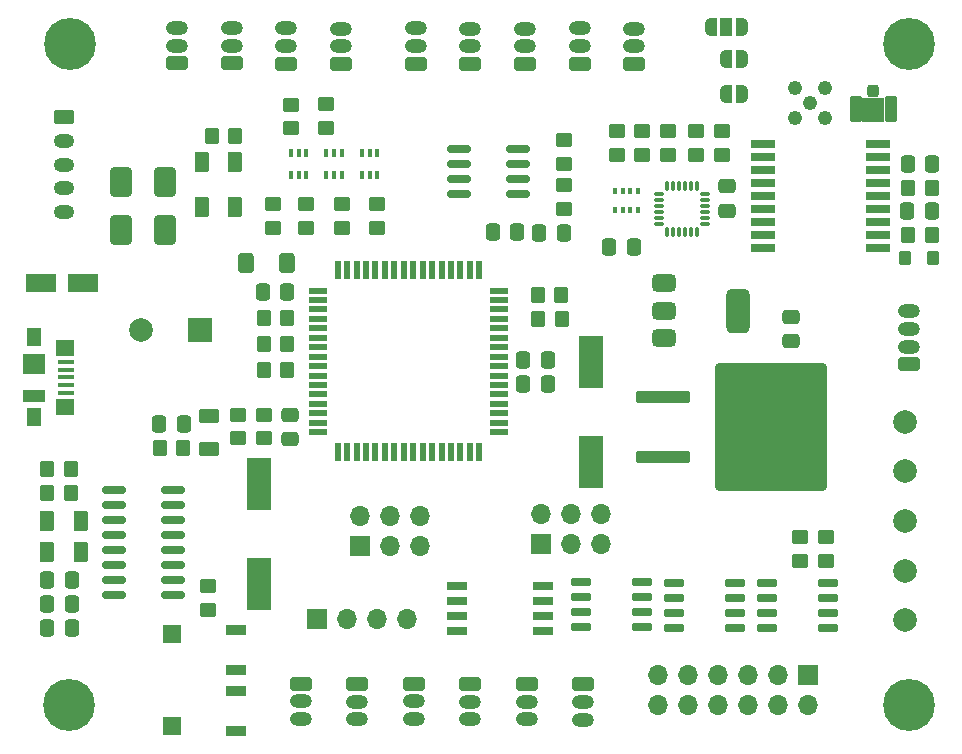
<source format=gbr>
%TF.GenerationSoftware,KiCad,Pcbnew,8.0.3-8.0.3-0~ubuntu22.04.1*%
%TF.CreationDate,2024-08-07T12:57:25+03:00*%
%TF.ProjectId,control_body,636f6e74-726f-46c5-9f62-6f64792e6b69,rev?*%
%TF.SameCoordinates,Original*%
%TF.FileFunction,Soldermask,Top*%
%TF.FilePolarity,Negative*%
%FSLAX46Y46*%
G04 Gerber Fmt 4.6, Leading zero omitted, Abs format (unit mm)*
G04 Created by KiCad (PCBNEW 8.0.3-8.0.3-0~ubuntu22.04.1) date 2024-08-07 12:57:25*
%MOMM*%
%LPD*%
G01*
G04 APERTURE LIST*
G04 Aperture macros list*
%AMRoundRect*
0 Rectangle with rounded corners*
0 $1 Rounding radius*
0 $2 $3 $4 $5 $6 $7 $8 $9 X,Y pos of 4 corners*
0 Add a 4 corners polygon primitive as box body*
4,1,4,$2,$3,$4,$5,$6,$7,$8,$9,$2,$3,0*
0 Add four circle primitives for the rounded corners*
1,1,$1+$1,$2,$3*
1,1,$1+$1,$4,$5*
1,1,$1+$1,$6,$7*
1,1,$1+$1,$8,$9*
0 Add four rect primitives between the rounded corners*
20,1,$1+$1,$2,$3,$4,$5,0*
20,1,$1+$1,$4,$5,$6,$7,0*
20,1,$1+$1,$6,$7,$8,$9,0*
20,1,$1+$1,$8,$9,$2,$3,0*%
%AMFreePoly0*
4,1,19,0.500000,-0.750000,0.000000,-0.750000,0.000000,-0.744911,-0.071157,-0.744911,-0.207708,-0.704816,-0.327430,-0.627875,-0.420627,-0.520320,-0.479746,-0.390866,-0.500000,-0.250000,-0.500000,0.250000,-0.479746,0.390866,-0.420627,0.520320,-0.327430,0.627875,-0.207708,0.704816,-0.071157,0.744911,0.000000,0.744911,0.000000,0.750000,0.500000,0.750000,0.500000,-0.750000,0.500000,-0.750000,
$1*%
%AMFreePoly1*
4,1,19,0.000000,0.744911,0.071157,0.744911,0.207708,0.704816,0.327430,0.627875,0.420627,0.520320,0.479746,0.390866,0.500000,0.250000,0.500000,-0.250000,0.479746,-0.390866,0.420627,-0.520320,0.327430,-0.627875,0.207708,-0.704816,0.071157,-0.744911,0.000000,-0.744911,0.000000,-0.750000,-0.500000,-0.750000,-0.500000,0.750000,0.000000,0.750000,0.000000,0.744911,0.000000,0.744911,
$1*%
%AMFreePoly2*
4,1,19,0.550000,-0.750000,0.000000,-0.750000,0.000000,-0.744911,-0.071157,-0.744911,-0.207708,-0.704816,-0.327430,-0.627875,-0.420627,-0.520320,-0.479746,-0.390866,-0.500000,-0.250000,-0.500000,0.250000,-0.479746,0.390866,-0.420627,0.520320,-0.327430,0.627875,-0.207708,0.704816,-0.071157,0.744911,0.000000,0.744911,0.000000,0.750000,0.550000,0.750000,0.550000,-0.750000,0.550000,-0.750000,
$1*%
%AMFreePoly3*
4,1,19,0.000000,0.744911,0.071157,0.744911,0.207708,0.704816,0.327430,0.627875,0.420627,0.520320,0.479746,0.390866,0.500000,0.250000,0.500000,-0.250000,0.479746,-0.390866,0.420627,-0.520320,0.327430,-0.627875,0.207708,-0.704816,0.071157,-0.744911,0.000000,-0.744911,0.000000,-0.750000,-0.550000,-0.750000,-0.550000,0.750000,0.000000,0.750000,0.000000,0.744911,0.000000,0.744911,
$1*%
G04 Aperture macros list end*
%ADD10RoundRect,0.250000X-0.250000X0.275000X-0.250000X-0.275000X0.250000X-0.275000X0.250000X0.275000X0*%
%ADD11RoundRect,0.250000X-0.275000X0.850000X-0.275000X-0.850000X0.275000X-0.850000X0.275000X0.850000X0*%
%ADD12R,1.700000X1.700000*%
%ADD13O,1.700000X1.700000*%
%ADD14R,2.000000X0.700000*%
%ADD15RoundRect,0.250000X-0.685000X0.335000X-0.685000X-0.335000X0.685000X-0.335000X0.685000X0.335000X0*%
%ADD16O,1.870000X1.170000*%
%ADD17RoundRect,0.250000X-0.337500X-0.475000X0.337500X-0.475000X0.337500X0.475000X-0.337500X0.475000X0*%
%ADD18C,2.000000*%
%ADD19RoundRect,0.150000X-0.725000X-0.150000X0.725000X-0.150000X0.725000X0.150000X-0.725000X0.150000X0*%
%ADD20RoundRect,0.250000X-0.350000X-0.450000X0.350000X-0.450000X0.350000X0.450000X-0.350000X0.450000X0*%
%ADD21RoundRect,0.250000X0.685000X-0.335000X0.685000X0.335000X-0.685000X0.335000X-0.685000X-0.335000X0*%
%ADD22RoundRect,0.250000X-0.375000X-0.625000X0.375000X-0.625000X0.375000X0.625000X-0.375000X0.625000X0*%
%ADD23RoundRect,0.250000X0.450000X-0.350000X0.450000X0.350000X-0.450000X0.350000X-0.450000X-0.350000X0*%
%ADD24FreePoly0,0.000000*%
%ADD25FreePoly1,0.000000*%
%ADD26RoundRect,0.250000X0.350000X0.450000X-0.350000X0.450000X-0.350000X-0.450000X0.350000X-0.450000X0*%
%ADD27RoundRect,0.250000X0.475000X-0.337500X0.475000X0.337500X-0.475000X0.337500X-0.475000X-0.337500X0*%
%ADD28R,1.700000X0.900000*%
%ADD29RoundRect,0.250000X-0.650000X1.000000X-0.650000X-1.000000X0.650000X-1.000000X0.650000X1.000000X0*%
%ADD30RoundRect,0.250000X-0.450000X0.350000X-0.450000X-0.350000X0.450000X-0.350000X0.450000X0.350000X0*%
%ADD31C,0.700000*%
%ADD32C,4.400000*%
%ADD33RoundRect,0.100000X-0.100000X0.225000X-0.100000X-0.225000X0.100000X-0.225000X0.100000X0.225000X0*%
%ADD34RoundRect,0.250000X-0.625000X0.375000X-0.625000X-0.375000X0.625000X-0.375000X0.625000X0.375000X0*%
%ADD35RoundRect,0.250000X0.337500X0.475000X-0.337500X0.475000X-0.337500X-0.475000X0.337500X-0.475000X0*%
%ADD36R,1.380000X0.450000*%
%ADD37R,1.300000X1.650000*%
%ADD38R,1.550000X1.425000*%
%ADD39R,1.900000X1.800000*%
%ADD40R,1.900000X1.000000*%
%ADD41RoundRect,0.250000X-0.625000X0.350000X-0.625000X-0.350000X0.625000X-0.350000X0.625000X0.350000X0*%
%ADD42O,1.750000X1.200000*%
%ADD43RoundRect,0.250000X0.650000X-1.000000X0.650000X1.000000X-0.650000X1.000000X-0.650000X-1.000000X0*%
%ADD44RoundRect,0.150000X-0.825000X-0.150000X0.825000X-0.150000X0.825000X0.150000X-0.825000X0.150000X0*%
%ADD45RoundRect,0.375000X-0.625000X-0.375000X0.625000X-0.375000X0.625000X0.375000X-0.625000X0.375000X0*%
%ADD46RoundRect,0.500000X-0.500000X-1.400000X0.500000X-1.400000X0.500000X1.400000X-0.500000X1.400000X0*%
%ADD47R,1.700000X0.650000*%
%ADD48RoundRect,0.250000X1.050000X0.550000X-1.050000X0.550000X-1.050000X-0.550000X1.050000X-0.550000X0*%
%ADD49RoundRect,0.075000X-0.350000X-0.075000X0.350000X-0.075000X0.350000X0.075000X-0.350000X0.075000X0*%
%ADD50RoundRect,0.075000X0.075000X-0.350000X0.075000X0.350000X-0.075000X0.350000X-0.075000X-0.350000X0*%
%ADD51RoundRect,0.250000X0.375000X0.625000X-0.375000X0.625000X-0.375000X-0.625000X0.375000X-0.625000X0*%
%ADD52R,2.000000X4.500000*%
%ADD53R,0.350000X0.500000*%
%ADD54C,1.240000*%
%ADD55RoundRect,0.250000X0.400000X0.600000X-0.400000X0.600000X-0.400000X-0.600000X0.400000X-0.600000X0*%
%ADD56R,0.550000X1.500000*%
%ADD57R,1.500000X0.550000*%
%ADD58FreePoly2,180.000000*%
%ADD59R,1.000000X1.500000*%
%ADD60FreePoly3,180.000000*%
%ADD61R,1.500000X1.500000*%
%ADD62R,2.000000X2.000000*%
%ADD63FreePoly0,180.000000*%
%ADD64FreePoly1,180.000000*%
%ADD65RoundRect,0.250000X-2.050000X-0.300000X2.050000X-0.300000X2.050000X0.300000X-2.050000X0.300000X0*%
%ADD66RoundRect,0.250002X-4.449998X-5.149998X4.449998X-5.149998X4.449998X5.149998X-4.449998X5.149998X0*%
%ADD67RoundRect,0.250000X-0.275000X-0.350000X0.275000X-0.350000X0.275000X0.350000X-0.275000X0.350000X0*%
G04 APERTURE END LIST*
%TO.C,AE1*%
G36*
X180940000Y-71560000D02*
G01*
X179060000Y-71560000D01*
X179060000Y-73650000D01*
X180940000Y-73650000D01*
X180940000Y-71560000D01*
G37*
%TD*%
D10*
%TO.C,AE1*%
X180000000Y-71025000D03*
D11*
X181475000Y-72550000D03*
X178525000Y-72550000D03*
%TD*%
D12*
%TO.C,J21*%
X151830000Y-109350000D03*
D13*
X151830000Y-106810000D03*
X154370000Y-109350000D03*
X154370000Y-106810000D03*
X156910000Y-109350000D03*
X156910000Y-106810000D03*
%TD*%
D14*
%TO.C,U3*%
X170700000Y-75500000D03*
X170700000Y-76600000D03*
X170700000Y-77700000D03*
X170700000Y-78800000D03*
X170700000Y-79900000D03*
X170700000Y-81000000D03*
X170700000Y-82100000D03*
X170700000Y-83200000D03*
X170700000Y-84300000D03*
X180400000Y-84300000D03*
X180400000Y-83200000D03*
X180400000Y-82100000D03*
X180400000Y-81000000D03*
X180400000Y-79900000D03*
X180400000Y-78800000D03*
X180400000Y-77700000D03*
X180400000Y-76600000D03*
X180400000Y-75500000D03*
%TD*%
D15*
%TO.C,J16*%
X141090000Y-121190000D03*
D16*
X141090000Y-122690000D03*
X141090000Y-124190000D03*
%TD*%
D17*
%TO.C,C10*%
X182912500Y-77200000D03*
X184987500Y-77200000D03*
%TD*%
D18*
%TO.C,TP5*%
X182690000Y-115810000D03*
%TD*%
D19*
%TO.C,Q3*%
X155290000Y-112590000D03*
X155290000Y-113860000D03*
X155290000Y-115130000D03*
X155290000Y-116400000D03*
X160440000Y-116400000D03*
X160440000Y-115130000D03*
X160440000Y-113860000D03*
X160440000Y-112590000D03*
%TD*%
D20*
%TO.C,R7*%
X128400000Y-94600000D03*
X130400000Y-94600000D03*
%TD*%
D18*
%TO.C,TP1*%
X182690000Y-103210000D03*
%TD*%
D21*
%TO.C,J8*%
X145890000Y-68720000D03*
D16*
X145890000Y-67220000D03*
X145890000Y-65720000D03*
%TD*%
D12*
%TO.C,J3*%
X136575000Y-109505000D03*
D13*
X136575000Y-106965000D03*
X139115000Y-109505000D03*
X139115000Y-106965000D03*
X141655000Y-109505000D03*
X141655000Y-106965000D03*
%TD*%
D21*
%TO.C,J20*%
X183020000Y-94140000D03*
D16*
X183020000Y-92640000D03*
X183020000Y-91140000D03*
X183020000Y-89640000D03*
%TD*%
D22*
%TO.C,D2*%
X123200000Y-77020000D03*
X126000000Y-77020000D03*
%TD*%
D23*
%TO.C,R26*%
X173760000Y-110775000D03*
X173760000Y-108775000D03*
%TD*%
D24*
%TO.C,JP1*%
X167560000Y-71270000D03*
D25*
X168860000Y-71270000D03*
%TD*%
D17*
%TO.C,C16*%
X151732500Y-82990000D03*
X153807500Y-82990000D03*
%TD*%
D26*
%TO.C,R1*%
X126000000Y-74800000D03*
X124000000Y-74800000D03*
%TD*%
D27*
%TO.C,C14*%
X167640000Y-81127500D03*
X167640000Y-79052500D03*
%TD*%
D28*
%TO.C,SW3*%
X126030000Y-121770000D03*
X126030000Y-125170000D03*
%TD*%
D29*
%TO.C,D1*%
X120000000Y-78750000D03*
X120000000Y-82750000D03*
%TD*%
D28*
%TO.C,SW2*%
X126030000Y-116610000D03*
X126030000Y-120010000D03*
%TD*%
D20*
%TO.C,R2*%
X119590000Y-101210000D03*
X121590000Y-101210000D03*
%TD*%
D17*
%TO.C,C15*%
X147802500Y-82980000D03*
X149877500Y-82980000D03*
%TD*%
D30*
%TO.C,R5*%
X123650000Y-112940000D03*
X123650000Y-114940000D03*
%TD*%
D23*
%TO.C,R19*%
X153800000Y-81000000D03*
X153800000Y-79000000D03*
%TD*%
D31*
%TO.C,H1*%
X181350000Y-67000000D03*
X181833274Y-65833274D03*
X181833274Y-68166726D03*
X183000000Y-65350000D03*
D32*
X183000000Y-67000000D03*
D31*
X183000000Y-68650000D03*
X184166726Y-65833274D03*
X184166726Y-68166726D03*
X184650000Y-67000000D03*
%TD*%
D23*
%TO.C,R23*%
X133690000Y-74150000D03*
X133690000Y-72150000D03*
%TD*%
D33*
%TO.C,Q7*%
X138000000Y-76250000D03*
X137350000Y-76250000D03*
X136700000Y-76250000D03*
X136700000Y-78150000D03*
X137350000Y-78150000D03*
X138000000Y-78150000D03*
%TD*%
D34*
%TO.C,D3*%
X123800000Y-98500000D03*
X123800000Y-101300000D03*
%TD*%
D30*
%TO.C,R29*%
X129200000Y-80600000D03*
X129200000Y-82600000D03*
%TD*%
D12*
%TO.C,J23*%
X174500000Y-120460000D03*
D13*
X174500000Y-123000000D03*
X171960000Y-120460000D03*
X171960000Y-123000000D03*
X169420000Y-120460000D03*
X169420000Y-123000000D03*
X166880000Y-120460000D03*
X166880000Y-123000000D03*
X164340000Y-120460000D03*
X164340000Y-123000000D03*
X161800000Y-120460000D03*
X161800000Y-123000000D03*
%TD*%
D23*
%TO.C,R13*%
X167220000Y-76390000D03*
X167220000Y-74390000D03*
%TD*%
D20*
%TO.C,R11*%
X182950000Y-79200000D03*
X184950000Y-79200000D03*
%TD*%
D30*
%TO.C,R25*%
X132000000Y-80600000D03*
X132000000Y-82600000D03*
%TD*%
D35*
%TO.C,C6*%
X112125000Y-116460000D03*
X110050000Y-116460000D03*
%TD*%
D36*
%TO.C,J2*%
X111615000Y-93950000D03*
X111615000Y-94600000D03*
X111615000Y-95250000D03*
X111615000Y-95900000D03*
X111615000Y-96550000D03*
D37*
X108955000Y-91875000D03*
D38*
X111530000Y-92762500D03*
D39*
X108955000Y-94100000D03*
D40*
X108955000Y-96800000D03*
D38*
X111530000Y-97737500D03*
D37*
X108955000Y-98625000D03*
%TD*%
D18*
%TO.C,TP2*%
X182690000Y-107410000D03*
%TD*%
D15*
%TO.C,J10*%
X131530000Y-121180000D03*
D16*
X131530000Y-122680000D03*
X131530000Y-124180000D03*
%TD*%
D41*
%TO.C,J14*%
X111500000Y-73250000D03*
D42*
X111500000Y-75250000D03*
X111500000Y-77250000D03*
X111500000Y-79250000D03*
X111500000Y-81250000D03*
%TD*%
D35*
%TO.C,C7*%
X152437500Y-95800000D03*
X150362500Y-95800000D03*
%TD*%
D43*
%TO.C,D5*%
X116300000Y-82750000D03*
X116300000Y-78750000D03*
%TD*%
D31*
%TO.C,H3*%
X110250000Y-123000000D03*
X110733274Y-121833274D03*
X110733274Y-124166726D03*
X111900000Y-121350000D03*
D32*
X111900000Y-123000000D03*
D31*
X111900000Y-124650000D03*
X113066726Y-121833274D03*
X113066726Y-124166726D03*
X113550000Y-123000000D03*
%TD*%
D12*
%TO.C,J4*%
X132880000Y-115750000D03*
D13*
X135420000Y-115750000D03*
X137960000Y-115750000D03*
X140500000Y-115750000D03*
%TD*%
D44*
%TO.C,U1*%
X115735000Y-104770000D03*
X115735000Y-106040000D03*
X115735000Y-107310000D03*
X115735000Y-108580000D03*
X115735000Y-109850000D03*
X115735000Y-111120000D03*
X115735000Y-112390000D03*
X115735000Y-113660000D03*
X120685000Y-113660000D03*
X120685000Y-112390000D03*
X120685000Y-111120000D03*
X120685000Y-109850000D03*
X120685000Y-108580000D03*
X120685000Y-107310000D03*
X120685000Y-106040000D03*
X120685000Y-104770000D03*
%TD*%
D18*
%TO.C,TP3*%
X182690000Y-111610000D03*
%TD*%
D30*
%TO.C,R20*%
X138000000Y-80600000D03*
X138000000Y-82600000D03*
%TD*%
D21*
%TO.C,J7*%
X150520000Y-68720000D03*
D16*
X150520000Y-67220000D03*
X150520000Y-65720000D03*
%TD*%
D45*
%TO.C,Q9*%
X162250000Y-87300000D03*
X162250000Y-89600000D03*
D46*
X168550000Y-89600000D03*
D45*
X162250000Y-91900000D03*
%TD*%
D21*
%TO.C,J11*%
X130310000Y-68690000D03*
D16*
X130310000Y-67190000D03*
X130310000Y-65690000D03*
%TD*%
D15*
%TO.C,J15*%
X136320000Y-121200000D03*
D16*
X136320000Y-122700000D03*
X136320000Y-124200000D03*
%TD*%
D20*
%TO.C,R3*%
X128400000Y-92400000D03*
X130400000Y-92400000D03*
%TD*%
D47*
%TO.C,U7*%
X144750000Y-112895000D03*
X144750000Y-114165000D03*
X144750000Y-115435000D03*
X144750000Y-116705000D03*
X152050000Y-116705000D03*
X152050000Y-115435000D03*
X152050000Y-114165000D03*
X152050000Y-112895000D03*
%TD*%
D48*
%TO.C,C1*%
X113125000Y-87250000D03*
X109525000Y-87250000D03*
%TD*%
D17*
%TO.C,C3*%
X119552500Y-99210000D03*
X121627500Y-99210000D03*
%TD*%
D19*
%TO.C,Q1*%
X170985000Y-112670000D03*
X170985000Y-113940000D03*
X170985000Y-115210000D03*
X170985000Y-116480000D03*
X176135000Y-116480000D03*
X176135000Y-115210000D03*
X176135000Y-113940000D03*
X176135000Y-112670000D03*
%TD*%
D30*
%TO.C,R24*%
X135000000Y-80600000D03*
X135000000Y-82600000D03*
%TD*%
D15*
%TO.C,J18*%
X150680000Y-121220000D03*
D16*
X150680000Y-122720000D03*
X150680000Y-124220000D03*
%TD*%
D26*
%TO.C,R4*%
X130400000Y-90200000D03*
X128400000Y-90200000D03*
%TD*%
D21*
%TO.C,J9*%
X141260000Y-68700000D03*
D16*
X141260000Y-67200000D03*
X141260000Y-65700000D03*
%TD*%
D33*
%TO.C,Q6*%
X135000000Y-76250000D03*
X134350000Y-76250000D03*
X133700000Y-76250000D03*
X133700000Y-78150000D03*
X134350000Y-78150000D03*
X135000000Y-78150000D03*
%TD*%
D19*
%TO.C,Q2*%
X163155000Y-112645000D03*
X163155000Y-113915000D03*
X163155000Y-115185000D03*
X163155000Y-116455000D03*
X168305000Y-116455000D03*
X168305000Y-115185000D03*
X168305000Y-113915000D03*
X168305000Y-112645000D03*
%TD*%
D23*
%TO.C,R16*%
X160400000Y-76400000D03*
X160400000Y-74400000D03*
%TD*%
D20*
%TO.C,R12*%
X182950000Y-83200000D03*
X184950000Y-83200000D03*
%TD*%
D23*
%TO.C,R17*%
X165020000Y-76390000D03*
X165020000Y-74390000D03*
%TD*%
%TO.C,R15*%
X158280000Y-76400000D03*
X158280000Y-74400000D03*
%TD*%
D49*
%TO.C,U5*%
X161840000Y-79750000D03*
X161840000Y-80250000D03*
X161840000Y-80750000D03*
X161840000Y-81250000D03*
X161840000Y-81750000D03*
X161840000Y-82250000D03*
D50*
X162540000Y-82950000D03*
X163040000Y-82950000D03*
X163540000Y-82950000D03*
X164040000Y-82950000D03*
X164540000Y-82950000D03*
X165040000Y-82950000D03*
D49*
X165740000Y-82250000D03*
X165740000Y-81750000D03*
X165740000Y-81250000D03*
X165740000Y-80750000D03*
X165740000Y-80250000D03*
X165740000Y-79750000D03*
D50*
X165040000Y-79050000D03*
X164540000Y-79050000D03*
X164040000Y-79050000D03*
X163540000Y-79050000D03*
X163040000Y-79050000D03*
X162540000Y-79050000D03*
%TD*%
D21*
%TO.C,J5*%
X159740000Y-68720000D03*
D16*
X159740000Y-67220000D03*
X159740000Y-65720000D03*
%TD*%
D30*
%TO.C,R28*%
X175960000Y-108775000D03*
X175960000Y-110775000D03*
%TD*%
D51*
%TO.C,D8*%
X112885000Y-110040000D03*
X110085000Y-110040000D03*
%TD*%
D18*
%TO.C,TP4*%
X182690000Y-99060000D03*
%TD*%
D17*
%TO.C,C12*%
X182875000Y-81200000D03*
X184950000Y-81200000D03*
%TD*%
D15*
%TO.C,J17*%
X145900000Y-121200000D03*
D16*
X145900000Y-122700000D03*
X145900000Y-124200000D03*
%TD*%
D21*
%TO.C,J12*%
X125700000Y-68670000D03*
D16*
X125700000Y-67170000D03*
X125700000Y-65670000D03*
%TD*%
D23*
%TO.C,R18*%
X153800000Y-77170000D03*
X153800000Y-75170000D03*
%TD*%
D52*
%TO.C,Y2*%
X156130000Y-102410000D03*
X156130000Y-93910000D03*
%TD*%
D53*
%TO.C,U4*%
X158140000Y-79450000D03*
X158790000Y-79450000D03*
X159440000Y-79450000D03*
X160090000Y-79450000D03*
X160090000Y-81050000D03*
X159440000Y-81050000D03*
X158790000Y-81050000D03*
X158140000Y-81050000D03*
%TD*%
D17*
%TO.C,C5*%
X128325000Y-88000000D03*
X130400000Y-88000000D03*
%TD*%
D54*
%TO.C,AE2*%
X174660000Y-72030000D03*
X173390000Y-70760000D03*
X173390000Y-73300000D03*
X175930000Y-70760000D03*
X175930000Y-73300000D03*
%TD*%
D15*
%TO.C,J19*%
X155410000Y-121240000D03*
D16*
X155410000Y-122740000D03*
X155410000Y-124240000D03*
%TD*%
D21*
%TO.C,J1*%
X134950000Y-68730000D03*
D16*
X134950000Y-67230000D03*
X134950000Y-65730000D03*
%TD*%
D31*
%TO.C,H4*%
X181350000Y-123000000D03*
X181833274Y-121833274D03*
X181833274Y-124166726D03*
X183000000Y-121350000D03*
D32*
X183000000Y-123000000D03*
D31*
X183000000Y-124650000D03*
X184166726Y-121833274D03*
X184166726Y-124166726D03*
X184650000Y-123000000D03*
%TD*%
D17*
%TO.C,C4*%
X110047500Y-114440000D03*
X112122500Y-114440000D03*
%TD*%
D27*
%TO.C,C11*%
X173040000Y-92197500D03*
X173040000Y-90122500D03*
%TD*%
D55*
%TO.C,D4*%
X130397500Y-85590000D03*
X126897500Y-85590000D03*
%TD*%
D56*
%TO.C,U2*%
X134650000Y-101600000D03*
X135450000Y-101600000D03*
X136250000Y-101600000D03*
X137050000Y-101600000D03*
X137850000Y-101600000D03*
X138650000Y-101600000D03*
X139450000Y-101600000D03*
X140250000Y-101600000D03*
X141050000Y-101600000D03*
X141850000Y-101600000D03*
X142650000Y-101600000D03*
X143450000Y-101600000D03*
X144250000Y-101600000D03*
X145050000Y-101600000D03*
X145850000Y-101600000D03*
X146650000Y-101600000D03*
D57*
X148350000Y-99900000D03*
X148350000Y-99100000D03*
X148350000Y-98300000D03*
X148350000Y-97500000D03*
X148350000Y-96700000D03*
X148350000Y-95900000D03*
X148350000Y-95100000D03*
X148350000Y-94300000D03*
X148350000Y-93500000D03*
X148350000Y-92700000D03*
X148350000Y-91900000D03*
X148350000Y-91100000D03*
X148350000Y-90300000D03*
X148350000Y-89500000D03*
X148350000Y-88700000D03*
X148350000Y-87900000D03*
D56*
X146650000Y-86200000D03*
X145850000Y-86200000D03*
X145050000Y-86200000D03*
X144250000Y-86200000D03*
X143450000Y-86200000D03*
X142650000Y-86200000D03*
X141850000Y-86200000D03*
X141050000Y-86200000D03*
X140250000Y-86200000D03*
X139450000Y-86200000D03*
X138650000Y-86200000D03*
X137850000Y-86200000D03*
X137050000Y-86200000D03*
X136250000Y-86200000D03*
X135450000Y-86200000D03*
X134650000Y-86200000D03*
D57*
X132950000Y-87900000D03*
X132950000Y-88700000D03*
X132950000Y-89500000D03*
X132950000Y-90300000D03*
X132950000Y-91100000D03*
X132950000Y-91900000D03*
X132950000Y-92700000D03*
X132950000Y-93500000D03*
X132950000Y-94300000D03*
X132950000Y-95100000D03*
X132950000Y-95900000D03*
X132950000Y-96700000D03*
X132950000Y-97500000D03*
X132950000Y-98300000D03*
X132950000Y-99100000D03*
X132950000Y-99900000D03*
%TD*%
D20*
%TO.C,R22*%
X110085000Y-103040000D03*
X112085000Y-103040000D03*
%TD*%
D23*
%TO.C,R6*%
X126200000Y-100400000D03*
X126200000Y-98400000D03*
%TD*%
D17*
%TO.C,C2*%
X110047500Y-112380000D03*
X112122500Y-112380000D03*
%TD*%
D44*
%TO.C,U6*%
X144935000Y-75895000D03*
X144935000Y-77165000D03*
X144935000Y-78435000D03*
X144935000Y-79705000D03*
X149885000Y-79705000D03*
X149885000Y-78435000D03*
X149885000Y-77165000D03*
X149885000Y-75895000D03*
%TD*%
D58*
%TO.C,JP2*%
X168860000Y-65600000D03*
D59*
X167560000Y-65600000D03*
D60*
X166260000Y-65600000D03*
%TD*%
D61*
%TO.C,SW1*%
X120610000Y-124810000D03*
X120610000Y-117010000D03*
%TD*%
D52*
%TO.C,Y1*%
X128000000Y-104240000D03*
X128000000Y-112740000D03*
%TD*%
D62*
%TO.C,BZ1*%
X123000000Y-91250000D03*
D18*
X118000000Y-91250000D03*
%TD*%
D23*
%TO.C,R27*%
X130710000Y-74170000D03*
X130710000Y-72170000D03*
%TD*%
D63*
%TO.C,JP3*%
X168860000Y-68270000D03*
D64*
X167560000Y-68270000D03*
%TD*%
D35*
%TO.C,C8*%
X152437500Y-93800000D03*
X150362500Y-93800000D03*
%TD*%
D22*
%TO.C,D6*%
X123200000Y-80820000D03*
X126000000Y-80820000D03*
%TD*%
D31*
%TO.C,H2*%
X110350000Y-67000000D03*
X110833274Y-65833274D03*
X110833274Y-68166726D03*
X112000000Y-65350000D03*
D32*
X112000000Y-67000000D03*
D31*
X112000000Y-68650000D03*
X113166726Y-65833274D03*
X113166726Y-68166726D03*
X113650000Y-67000000D03*
%TD*%
D20*
%TO.C,R10*%
X151600000Y-88300000D03*
X153600000Y-88300000D03*
%TD*%
D33*
%TO.C,Q5*%
X132000000Y-76250000D03*
X131350000Y-76250000D03*
X130700000Y-76250000D03*
X130700000Y-78150000D03*
X131350000Y-78150000D03*
X132000000Y-78150000D03*
%TD*%
D30*
%TO.C,R8*%
X128400000Y-98400000D03*
X128400000Y-100400000D03*
%TD*%
D65*
%TO.C,Q4*%
X162200000Y-96920000D03*
D66*
X171350000Y-99460000D03*
D65*
X162200000Y-102000000D03*
%TD*%
D23*
%TO.C,R14*%
X162620000Y-76390000D03*
X162620000Y-74390000D03*
%TD*%
D27*
%TO.C,C9*%
X130600000Y-100475000D03*
X130600000Y-98400000D03*
%TD*%
D21*
%TO.C,J6*%
X155130000Y-68710000D03*
D16*
X155130000Y-67210000D03*
X155130000Y-65710000D03*
%TD*%
D21*
%TO.C,J13*%
X121080000Y-68660000D03*
D16*
X121080000Y-67160000D03*
X121080000Y-65660000D03*
%TD*%
D20*
%TO.C,R9*%
X151610000Y-90310000D03*
X153610000Y-90310000D03*
%TD*%
D17*
%TO.C,C13*%
X157665000Y-84210000D03*
X159740000Y-84210000D03*
%TD*%
D67*
%TO.C,L1*%
X182730000Y-85120000D03*
X185030000Y-85120000D03*
%TD*%
D20*
%TO.C,R21*%
X110085000Y-105040000D03*
X112085000Y-105040000D03*
%TD*%
D51*
%TO.C,D7*%
X112885000Y-107440000D03*
X110085000Y-107440000D03*
%TD*%
M02*

</source>
